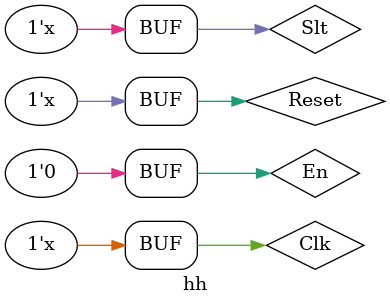
<source format=v>
`timescale 1ns / 1ps


module hh;

	// Inputs
	reg Clk;
	reg Reset;
	reg Slt;
	reg En;

	// Outputs
	wire [63:0] Output0;
	wire [63:0] Output1;

	// Instantiate the Unit Under Test (UUT)
	code uut (
		.Clk(Clk), 
		.Reset(Reset), 
		.Slt(Slt), 
		.En(En), 
		.Output0(Output0), 
		.Output1(Output1)
	);

	initial begin
		// Initialize Inputs
		Clk = 0;
		Reset = 0;
		Slt = 0;
		En = 0;
	end
	
	always #10 Clk=~Clk;
	always #50 Slt=~Slt;
	always #1000 Reset=~Reset;
      
endmodule


</source>
